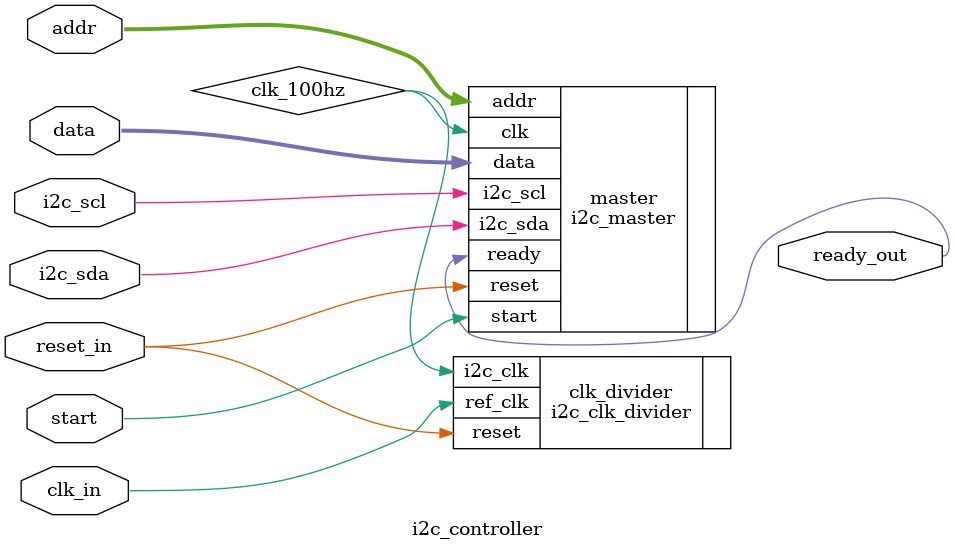
<source format=v>
module i2c_controller(
    input wire clk_in, //50Mhz
    input wire reset_in,
    input wire start,
    input wire [6:0] addr,
    input wire [7:0] data,
    
    inout wire i2c_sda,
    inout wire i2c_scl,
    output wire ready_out
);

wire clk_100hz;


//100KHz (clk divider automatically splits)
i2c_clk_divider 
#(.DELAY(500)) 
// #(.DELAY(2)) // Uncomment when running sim and comment above
clk_divider
(
    .reset(reset_in),
    .ref_clk(clk_in),
    .i2c_clk(clk_100hz)
);

i2c_master master (
    .clk(clk_100hz),
    .reset(reset_in),
    .start(start),
    .addr(addr),
    .data(data),
    .i2c_sda(i2c_sda),
    .i2c_scl(i2c_scl),
    .ready(ready_out)
);



endmodule
</source>
